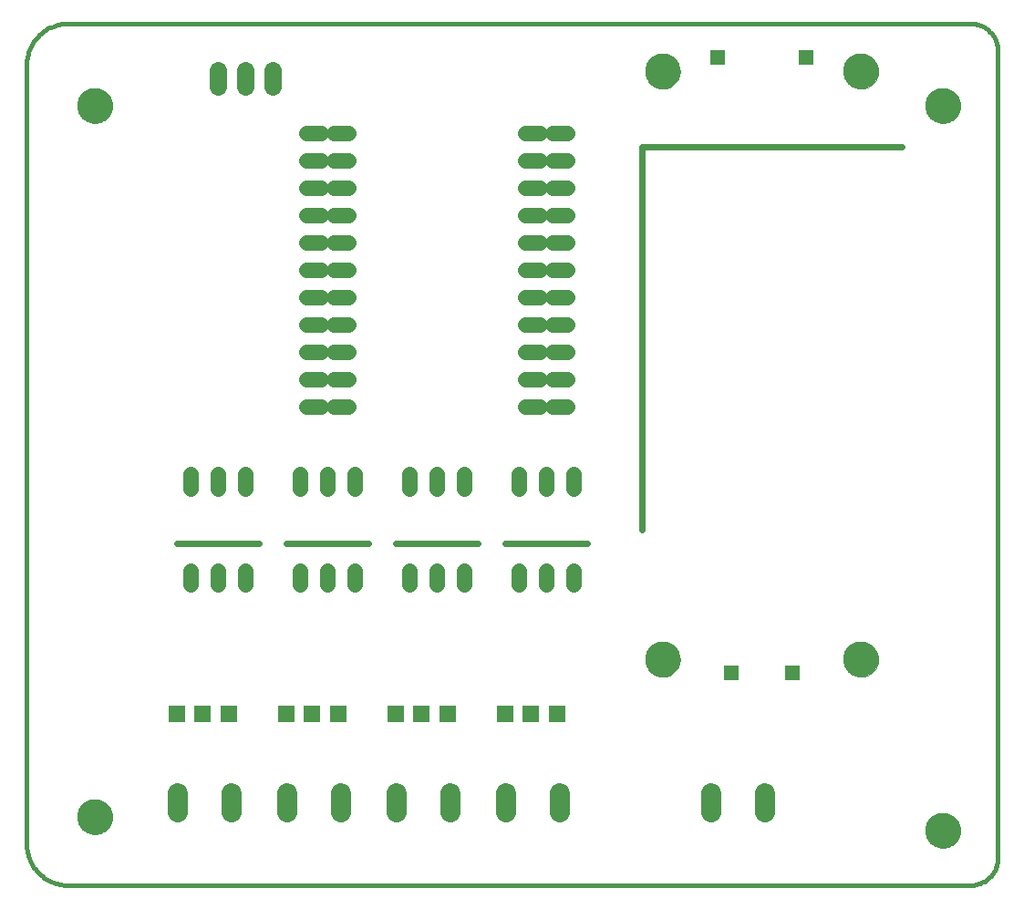
<source format=gbs>
G75*
%MOIN*%
%OFA0B0*%
%FSLAX24Y24*%
%IPPOS*%
%LPD*%
%AMOC8*
5,1,8,0,0,1.08239X$1,22.5*
%
%ADD10C,0.0000*%
%ADD11C,0.1300*%
%ADD12C,0.0160*%
%ADD13C,0.0240*%
%ADD14C,0.0560*%
%ADD15C,0.0640*%
%ADD16R,0.0594X0.0594*%
%ADD17C,0.0555*%
%ADD18C,0.0745*%
%ADD19R,0.0555X0.0555*%
D10*
X002050Y002680D02*
X002052Y002730D01*
X002058Y002780D01*
X002068Y002829D01*
X002082Y002877D01*
X002099Y002924D01*
X002120Y002969D01*
X002145Y003013D01*
X002173Y003054D01*
X002205Y003093D01*
X002239Y003130D01*
X002276Y003164D01*
X002316Y003194D01*
X002358Y003221D01*
X002402Y003245D01*
X002448Y003266D01*
X002495Y003282D01*
X002543Y003295D01*
X002593Y003304D01*
X002642Y003309D01*
X002693Y003310D01*
X002743Y003307D01*
X002792Y003300D01*
X002841Y003289D01*
X002889Y003274D01*
X002935Y003256D01*
X002980Y003234D01*
X003023Y003208D01*
X003064Y003179D01*
X003103Y003147D01*
X003139Y003112D01*
X003171Y003074D01*
X003201Y003034D01*
X003228Y002991D01*
X003251Y002947D01*
X003270Y002901D01*
X003286Y002853D01*
X003298Y002804D01*
X003306Y002755D01*
X003310Y002705D01*
X003310Y002655D01*
X003306Y002605D01*
X003298Y002556D01*
X003286Y002507D01*
X003270Y002459D01*
X003251Y002413D01*
X003228Y002369D01*
X003201Y002326D01*
X003171Y002286D01*
X003139Y002248D01*
X003103Y002213D01*
X003064Y002181D01*
X003023Y002152D01*
X002980Y002126D01*
X002935Y002104D01*
X002889Y002086D01*
X002841Y002071D01*
X002792Y002060D01*
X002743Y002053D01*
X002693Y002050D01*
X002642Y002051D01*
X002593Y002056D01*
X002543Y002065D01*
X002495Y002078D01*
X002448Y002094D01*
X002402Y002115D01*
X002358Y002139D01*
X002316Y002166D01*
X002276Y002196D01*
X002239Y002230D01*
X002205Y002267D01*
X002173Y002306D01*
X002145Y002347D01*
X002120Y002391D01*
X002099Y002436D01*
X002082Y002483D01*
X002068Y002531D01*
X002058Y002580D01*
X002052Y002630D01*
X002050Y002680D01*
X022800Y008430D02*
X022802Y008480D01*
X022808Y008530D01*
X022818Y008579D01*
X022832Y008627D01*
X022849Y008674D01*
X022870Y008719D01*
X022895Y008763D01*
X022923Y008804D01*
X022955Y008843D01*
X022989Y008880D01*
X023026Y008914D01*
X023066Y008944D01*
X023108Y008971D01*
X023152Y008995D01*
X023198Y009016D01*
X023245Y009032D01*
X023293Y009045D01*
X023343Y009054D01*
X023392Y009059D01*
X023443Y009060D01*
X023493Y009057D01*
X023542Y009050D01*
X023591Y009039D01*
X023639Y009024D01*
X023685Y009006D01*
X023730Y008984D01*
X023773Y008958D01*
X023814Y008929D01*
X023853Y008897D01*
X023889Y008862D01*
X023921Y008824D01*
X023951Y008784D01*
X023978Y008741D01*
X024001Y008697D01*
X024020Y008651D01*
X024036Y008603D01*
X024048Y008554D01*
X024056Y008505D01*
X024060Y008455D01*
X024060Y008405D01*
X024056Y008355D01*
X024048Y008306D01*
X024036Y008257D01*
X024020Y008209D01*
X024001Y008163D01*
X023978Y008119D01*
X023951Y008076D01*
X023921Y008036D01*
X023889Y007998D01*
X023853Y007963D01*
X023814Y007931D01*
X023773Y007902D01*
X023730Y007876D01*
X023685Y007854D01*
X023639Y007836D01*
X023591Y007821D01*
X023542Y007810D01*
X023493Y007803D01*
X023443Y007800D01*
X023392Y007801D01*
X023343Y007806D01*
X023293Y007815D01*
X023245Y007828D01*
X023198Y007844D01*
X023152Y007865D01*
X023108Y007889D01*
X023066Y007916D01*
X023026Y007946D01*
X022989Y007980D01*
X022955Y008017D01*
X022923Y008056D01*
X022895Y008097D01*
X022870Y008141D01*
X022849Y008186D01*
X022832Y008233D01*
X022818Y008281D01*
X022808Y008330D01*
X022802Y008380D01*
X022800Y008430D01*
X030050Y008430D02*
X030052Y008480D01*
X030058Y008530D01*
X030068Y008579D01*
X030082Y008627D01*
X030099Y008674D01*
X030120Y008719D01*
X030145Y008763D01*
X030173Y008804D01*
X030205Y008843D01*
X030239Y008880D01*
X030276Y008914D01*
X030316Y008944D01*
X030358Y008971D01*
X030402Y008995D01*
X030448Y009016D01*
X030495Y009032D01*
X030543Y009045D01*
X030593Y009054D01*
X030642Y009059D01*
X030693Y009060D01*
X030743Y009057D01*
X030792Y009050D01*
X030841Y009039D01*
X030889Y009024D01*
X030935Y009006D01*
X030980Y008984D01*
X031023Y008958D01*
X031064Y008929D01*
X031103Y008897D01*
X031139Y008862D01*
X031171Y008824D01*
X031201Y008784D01*
X031228Y008741D01*
X031251Y008697D01*
X031270Y008651D01*
X031286Y008603D01*
X031298Y008554D01*
X031306Y008505D01*
X031310Y008455D01*
X031310Y008405D01*
X031306Y008355D01*
X031298Y008306D01*
X031286Y008257D01*
X031270Y008209D01*
X031251Y008163D01*
X031228Y008119D01*
X031201Y008076D01*
X031171Y008036D01*
X031139Y007998D01*
X031103Y007963D01*
X031064Y007931D01*
X031023Y007902D01*
X030980Y007876D01*
X030935Y007854D01*
X030889Y007836D01*
X030841Y007821D01*
X030792Y007810D01*
X030743Y007803D01*
X030693Y007800D01*
X030642Y007801D01*
X030593Y007806D01*
X030543Y007815D01*
X030495Y007828D01*
X030448Y007844D01*
X030402Y007865D01*
X030358Y007889D01*
X030316Y007916D01*
X030276Y007946D01*
X030239Y007980D01*
X030205Y008017D01*
X030173Y008056D01*
X030145Y008097D01*
X030120Y008141D01*
X030099Y008186D01*
X030082Y008233D01*
X030068Y008281D01*
X030058Y008330D01*
X030052Y008380D01*
X030050Y008430D01*
X033050Y002180D02*
X033052Y002230D01*
X033058Y002280D01*
X033068Y002329D01*
X033082Y002377D01*
X033099Y002424D01*
X033120Y002469D01*
X033145Y002513D01*
X033173Y002554D01*
X033205Y002593D01*
X033239Y002630D01*
X033276Y002664D01*
X033316Y002694D01*
X033358Y002721D01*
X033402Y002745D01*
X033448Y002766D01*
X033495Y002782D01*
X033543Y002795D01*
X033593Y002804D01*
X033642Y002809D01*
X033693Y002810D01*
X033743Y002807D01*
X033792Y002800D01*
X033841Y002789D01*
X033889Y002774D01*
X033935Y002756D01*
X033980Y002734D01*
X034023Y002708D01*
X034064Y002679D01*
X034103Y002647D01*
X034139Y002612D01*
X034171Y002574D01*
X034201Y002534D01*
X034228Y002491D01*
X034251Y002447D01*
X034270Y002401D01*
X034286Y002353D01*
X034298Y002304D01*
X034306Y002255D01*
X034310Y002205D01*
X034310Y002155D01*
X034306Y002105D01*
X034298Y002056D01*
X034286Y002007D01*
X034270Y001959D01*
X034251Y001913D01*
X034228Y001869D01*
X034201Y001826D01*
X034171Y001786D01*
X034139Y001748D01*
X034103Y001713D01*
X034064Y001681D01*
X034023Y001652D01*
X033980Y001626D01*
X033935Y001604D01*
X033889Y001586D01*
X033841Y001571D01*
X033792Y001560D01*
X033743Y001553D01*
X033693Y001550D01*
X033642Y001551D01*
X033593Y001556D01*
X033543Y001565D01*
X033495Y001578D01*
X033448Y001594D01*
X033402Y001615D01*
X033358Y001639D01*
X033316Y001666D01*
X033276Y001696D01*
X033239Y001730D01*
X033205Y001767D01*
X033173Y001806D01*
X033145Y001847D01*
X033120Y001891D01*
X033099Y001936D01*
X033082Y001983D01*
X033068Y002031D01*
X033058Y002080D01*
X033052Y002130D01*
X033050Y002180D01*
X034300Y000180D02*
X034680Y000180D01*
X033050Y028680D02*
X033052Y028730D01*
X033058Y028780D01*
X033068Y028829D01*
X033082Y028877D01*
X033099Y028924D01*
X033120Y028969D01*
X033145Y029013D01*
X033173Y029054D01*
X033205Y029093D01*
X033239Y029130D01*
X033276Y029164D01*
X033316Y029194D01*
X033358Y029221D01*
X033402Y029245D01*
X033448Y029266D01*
X033495Y029282D01*
X033543Y029295D01*
X033593Y029304D01*
X033642Y029309D01*
X033693Y029310D01*
X033743Y029307D01*
X033792Y029300D01*
X033841Y029289D01*
X033889Y029274D01*
X033935Y029256D01*
X033980Y029234D01*
X034023Y029208D01*
X034064Y029179D01*
X034103Y029147D01*
X034139Y029112D01*
X034171Y029074D01*
X034201Y029034D01*
X034228Y028991D01*
X034251Y028947D01*
X034270Y028901D01*
X034286Y028853D01*
X034298Y028804D01*
X034306Y028755D01*
X034310Y028705D01*
X034310Y028655D01*
X034306Y028605D01*
X034298Y028556D01*
X034286Y028507D01*
X034270Y028459D01*
X034251Y028413D01*
X034228Y028369D01*
X034201Y028326D01*
X034171Y028286D01*
X034139Y028248D01*
X034103Y028213D01*
X034064Y028181D01*
X034023Y028152D01*
X033980Y028126D01*
X033935Y028104D01*
X033889Y028086D01*
X033841Y028071D01*
X033792Y028060D01*
X033743Y028053D01*
X033693Y028050D01*
X033642Y028051D01*
X033593Y028056D01*
X033543Y028065D01*
X033495Y028078D01*
X033448Y028094D01*
X033402Y028115D01*
X033358Y028139D01*
X033316Y028166D01*
X033276Y028196D01*
X033239Y028230D01*
X033205Y028267D01*
X033173Y028306D01*
X033145Y028347D01*
X033120Y028391D01*
X033099Y028436D01*
X033082Y028483D01*
X033068Y028531D01*
X033058Y028580D01*
X033052Y028630D01*
X033050Y028680D01*
X030050Y029930D02*
X030052Y029980D01*
X030058Y030030D01*
X030068Y030079D01*
X030082Y030127D01*
X030099Y030174D01*
X030120Y030219D01*
X030145Y030263D01*
X030173Y030304D01*
X030205Y030343D01*
X030239Y030380D01*
X030276Y030414D01*
X030316Y030444D01*
X030358Y030471D01*
X030402Y030495D01*
X030448Y030516D01*
X030495Y030532D01*
X030543Y030545D01*
X030593Y030554D01*
X030642Y030559D01*
X030693Y030560D01*
X030743Y030557D01*
X030792Y030550D01*
X030841Y030539D01*
X030889Y030524D01*
X030935Y030506D01*
X030980Y030484D01*
X031023Y030458D01*
X031064Y030429D01*
X031103Y030397D01*
X031139Y030362D01*
X031171Y030324D01*
X031201Y030284D01*
X031228Y030241D01*
X031251Y030197D01*
X031270Y030151D01*
X031286Y030103D01*
X031298Y030054D01*
X031306Y030005D01*
X031310Y029955D01*
X031310Y029905D01*
X031306Y029855D01*
X031298Y029806D01*
X031286Y029757D01*
X031270Y029709D01*
X031251Y029663D01*
X031228Y029619D01*
X031201Y029576D01*
X031171Y029536D01*
X031139Y029498D01*
X031103Y029463D01*
X031064Y029431D01*
X031023Y029402D01*
X030980Y029376D01*
X030935Y029354D01*
X030889Y029336D01*
X030841Y029321D01*
X030792Y029310D01*
X030743Y029303D01*
X030693Y029300D01*
X030642Y029301D01*
X030593Y029306D01*
X030543Y029315D01*
X030495Y029328D01*
X030448Y029344D01*
X030402Y029365D01*
X030358Y029389D01*
X030316Y029416D01*
X030276Y029446D01*
X030239Y029480D01*
X030205Y029517D01*
X030173Y029556D01*
X030145Y029597D01*
X030120Y029641D01*
X030099Y029686D01*
X030082Y029733D01*
X030068Y029781D01*
X030058Y029830D01*
X030052Y029880D01*
X030050Y029930D01*
X022800Y029930D02*
X022802Y029980D01*
X022808Y030030D01*
X022818Y030079D01*
X022832Y030127D01*
X022849Y030174D01*
X022870Y030219D01*
X022895Y030263D01*
X022923Y030304D01*
X022955Y030343D01*
X022989Y030380D01*
X023026Y030414D01*
X023066Y030444D01*
X023108Y030471D01*
X023152Y030495D01*
X023198Y030516D01*
X023245Y030532D01*
X023293Y030545D01*
X023343Y030554D01*
X023392Y030559D01*
X023443Y030560D01*
X023493Y030557D01*
X023542Y030550D01*
X023591Y030539D01*
X023639Y030524D01*
X023685Y030506D01*
X023730Y030484D01*
X023773Y030458D01*
X023814Y030429D01*
X023853Y030397D01*
X023889Y030362D01*
X023921Y030324D01*
X023951Y030284D01*
X023978Y030241D01*
X024001Y030197D01*
X024020Y030151D01*
X024036Y030103D01*
X024048Y030054D01*
X024056Y030005D01*
X024060Y029955D01*
X024060Y029905D01*
X024056Y029855D01*
X024048Y029806D01*
X024036Y029757D01*
X024020Y029709D01*
X024001Y029663D01*
X023978Y029619D01*
X023951Y029576D01*
X023921Y029536D01*
X023889Y029498D01*
X023853Y029463D01*
X023814Y029431D01*
X023773Y029402D01*
X023730Y029376D01*
X023685Y029354D01*
X023639Y029336D01*
X023591Y029321D01*
X023542Y029310D01*
X023493Y029303D01*
X023443Y029300D01*
X023392Y029301D01*
X023343Y029306D01*
X023293Y029315D01*
X023245Y029328D01*
X023198Y029344D01*
X023152Y029365D01*
X023108Y029389D01*
X023066Y029416D01*
X023026Y029446D01*
X022989Y029480D01*
X022955Y029517D01*
X022923Y029556D01*
X022895Y029597D01*
X022870Y029641D01*
X022849Y029686D01*
X022832Y029733D01*
X022818Y029781D01*
X022808Y029830D01*
X022802Y029880D01*
X022800Y029930D01*
X002050Y028680D02*
X002052Y028730D01*
X002058Y028780D01*
X002068Y028829D01*
X002082Y028877D01*
X002099Y028924D01*
X002120Y028969D01*
X002145Y029013D01*
X002173Y029054D01*
X002205Y029093D01*
X002239Y029130D01*
X002276Y029164D01*
X002316Y029194D01*
X002358Y029221D01*
X002402Y029245D01*
X002448Y029266D01*
X002495Y029282D01*
X002543Y029295D01*
X002593Y029304D01*
X002642Y029309D01*
X002693Y029310D01*
X002743Y029307D01*
X002792Y029300D01*
X002841Y029289D01*
X002889Y029274D01*
X002935Y029256D01*
X002980Y029234D01*
X003023Y029208D01*
X003064Y029179D01*
X003103Y029147D01*
X003139Y029112D01*
X003171Y029074D01*
X003201Y029034D01*
X003228Y028991D01*
X003251Y028947D01*
X003270Y028901D01*
X003286Y028853D01*
X003298Y028804D01*
X003306Y028755D01*
X003310Y028705D01*
X003310Y028655D01*
X003306Y028605D01*
X003298Y028556D01*
X003286Y028507D01*
X003270Y028459D01*
X003251Y028413D01*
X003228Y028369D01*
X003201Y028326D01*
X003171Y028286D01*
X003139Y028248D01*
X003103Y028213D01*
X003064Y028181D01*
X003023Y028152D01*
X002980Y028126D01*
X002935Y028104D01*
X002889Y028086D01*
X002841Y028071D01*
X002792Y028060D01*
X002743Y028053D01*
X002693Y028050D01*
X002642Y028051D01*
X002593Y028056D01*
X002543Y028065D01*
X002495Y028078D01*
X002448Y028094D01*
X002402Y028115D01*
X002358Y028139D01*
X002316Y028166D01*
X002276Y028196D01*
X002239Y028230D01*
X002205Y028267D01*
X002173Y028306D01*
X002145Y028347D01*
X002120Y028391D01*
X002099Y028436D01*
X002082Y028483D01*
X002068Y028531D01*
X002058Y028580D01*
X002052Y028630D01*
X002050Y028680D01*
D11*
X002680Y028680D03*
X023430Y029930D03*
X030680Y029930D03*
X033680Y028680D03*
X030680Y008430D03*
X033680Y002180D03*
X023430Y008430D03*
X002680Y002680D03*
D12*
X001680Y000180D02*
X034680Y000180D01*
X034740Y000182D01*
X034801Y000187D01*
X034860Y000196D01*
X034919Y000209D01*
X034978Y000225D01*
X035035Y000245D01*
X035090Y000268D01*
X035145Y000295D01*
X035197Y000324D01*
X035248Y000357D01*
X035297Y000393D01*
X035343Y000431D01*
X035387Y000473D01*
X035429Y000517D01*
X035467Y000563D01*
X035503Y000612D01*
X035536Y000663D01*
X035565Y000715D01*
X035592Y000770D01*
X035615Y000825D01*
X035635Y000882D01*
X035651Y000941D01*
X035664Y001000D01*
X035673Y001059D01*
X035678Y001120D01*
X035680Y001180D01*
X035680Y030680D01*
X035678Y030740D01*
X035673Y030801D01*
X035664Y030860D01*
X035651Y030919D01*
X035635Y030978D01*
X035615Y031035D01*
X035592Y031090D01*
X035565Y031145D01*
X035536Y031197D01*
X035503Y031248D01*
X035467Y031297D01*
X035429Y031343D01*
X035387Y031387D01*
X035343Y031429D01*
X035297Y031467D01*
X035248Y031503D01*
X035197Y031536D01*
X035145Y031565D01*
X035090Y031592D01*
X035035Y031615D01*
X034978Y031635D01*
X034919Y031651D01*
X034860Y031664D01*
X034801Y031673D01*
X034740Y031678D01*
X034680Y031680D01*
X001680Y031680D01*
X001604Y031678D01*
X001528Y031672D01*
X001453Y031663D01*
X001378Y031649D01*
X001304Y031632D01*
X001231Y031611D01*
X001159Y031587D01*
X001088Y031558D01*
X001019Y031527D01*
X000952Y031492D01*
X000887Y031453D01*
X000823Y031411D01*
X000762Y031366D01*
X000703Y031318D01*
X000647Y031267D01*
X000593Y031213D01*
X000542Y031157D01*
X000494Y031098D01*
X000449Y031037D01*
X000407Y030973D01*
X000368Y030908D01*
X000333Y030841D01*
X000302Y030772D01*
X000273Y030701D01*
X000249Y030629D01*
X000228Y030556D01*
X000211Y030482D01*
X000197Y030407D01*
X000188Y030332D01*
X000182Y030256D01*
X000180Y030180D01*
X000180Y001680D01*
X000182Y001604D01*
X000188Y001528D01*
X000197Y001453D01*
X000211Y001378D01*
X000228Y001304D01*
X000249Y001231D01*
X000273Y001159D01*
X000302Y001088D01*
X000333Y001019D01*
X000368Y000952D01*
X000407Y000887D01*
X000449Y000823D01*
X000494Y000762D01*
X000542Y000703D01*
X000593Y000647D01*
X000647Y000593D01*
X000703Y000542D01*
X000762Y000494D01*
X000823Y000449D01*
X000887Y000407D01*
X000952Y000368D01*
X001019Y000333D01*
X001088Y000302D01*
X001159Y000273D01*
X001231Y000249D01*
X001304Y000228D01*
X001378Y000211D01*
X001453Y000197D01*
X001528Y000188D01*
X001604Y000182D01*
X001680Y000180D01*
D13*
X005680Y012680D02*
X008680Y012680D01*
X009680Y012680D02*
X012680Y012680D01*
X013680Y012680D02*
X016680Y012680D01*
X017680Y012680D02*
X020680Y012680D01*
X022680Y013180D02*
X022680Y027180D01*
X032180Y027180D01*
D14*
X020180Y015200D02*
X020180Y014680D01*
X019180Y014680D02*
X019180Y015200D01*
X018180Y015200D02*
X018180Y014680D01*
X016180Y014680D02*
X016180Y015200D01*
X015180Y015200D02*
X015180Y014680D01*
X014180Y014680D02*
X014180Y015200D01*
X012180Y015200D02*
X012180Y014680D01*
X011180Y014680D02*
X011180Y015200D01*
X010180Y015200D02*
X010180Y014680D01*
X008180Y014680D02*
X008180Y015200D01*
X007180Y015200D02*
X007180Y014680D01*
X006180Y014680D02*
X006180Y015200D01*
X006180Y011680D02*
X006180Y011160D01*
X007180Y011160D02*
X007180Y011680D01*
X008180Y011680D02*
X008180Y011160D01*
X010180Y011160D02*
X010180Y011680D01*
X011180Y011680D02*
X011180Y011160D01*
X012180Y011160D02*
X012180Y011680D01*
X014180Y011680D02*
X014180Y011160D01*
X015180Y011160D02*
X015180Y011680D01*
X016180Y011680D02*
X016180Y011160D01*
X018180Y011160D02*
X018180Y011680D01*
X019180Y011680D02*
X019180Y011160D01*
X020180Y011160D02*
X020180Y011680D01*
D15*
X009180Y029380D02*
X009180Y029980D01*
X008180Y029980D02*
X008180Y029380D01*
X007180Y029380D02*
X007180Y029980D01*
D16*
X007560Y006430D03*
X006620Y006430D03*
X005680Y006430D03*
X009680Y006430D03*
X010620Y006430D03*
X011560Y006430D03*
X013680Y006430D03*
X014620Y006430D03*
X015560Y006430D03*
X017680Y006430D03*
X018620Y006430D03*
X019560Y006430D03*
D17*
X019423Y017680D02*
X019937Y017680D01*
X018937Y017680D02*
X018423Y017680D01*
X018423Y018680D02*
X018937Y018680D01*
X019423Y018680D02*
X019937Y018680D01*
X019937Y019680D02*
X019423Y019680D01*
X018937Y019680D02*
X018423Y019680D01*
X018423Y020680D02*
X018937Y020680D01*
X019423Y020680D02*
X019937Y020680D01*
X019937Y021680D02*
X019423Y021680D01*
X018937Y021680D02*
X018423Y021680D01*
X018423Y022680D02*
X018937Y022680D01*
X019423Y022680D02*
X019937Y022680D01*
X019937Y023680D02*
X019423Y023680D01*
X018937Y023680D02*
X018423Y023680D01*
X018423Y024680D02*
X018937Y024680D01*
X019423Y024680D02*
X019937Y024680D01*
X019937Y025680D02*
X019423Y025680D01*
X018937Y025680D02*
X018423Y025680D01*
X018423Y026680D02*
X018937Y026680D01*
X019423Y026680D02*
X019937Y026680D01*
X019937Y027680D02*
X019423Y027680D01*
X018937Y027680D02*
X018423Y027680D01*
X011937Y027680D02*
X011423Y027680D01*
X010937Y027680D02*
X010423Y027680D01*
X010423Y026680D02*
X010937Y026680D01*
X011423Y026680D02*
X011937Y026680D01*
X011937Y025680D02*
X011423Y025680D01*
X010937Y025680D02*
X010423Y025680D01*
X010423Y024680D02*
X010937Y024680D01*
X011423Y024680D02*
X011937Y024680D01*
X011937Y023680D02*
X011423Y023680D01*
X010937Y023680D02*
X010423Y023680D01*
X010423Y022680D02*
X010937Y022680D01*
X011423Y022680D02*
X011937Y022680D01*
X011937Y021680D02*
X011423Y021680D01*
X010937Y021680D02*
X010423Y021680D01*
X010423Y020680D02*
X010937Y020680D01*
X011423Y020680D02*
X011937Y020680D01*
X011937Y019680D02*
X011423Y019680D01*
X010937Y019680D02*
X010423Y019680D01*
X010423Y018680D02*
X010937Y018680D01*
X011423Y018680D02*
X011937Y018680D01*
X011937Y017680D02*
X011423Y017680D01*
X010937Y017680D02*
X010423Y017680D01*
D18*
X009696Y003533D02*
X009696Y002828D01*
X011664Y002828D02*
X011664Y003533D01*
X013696Y003533D02*
X013696Y002828D01*
X015664Y002828D02*
X015664Y003533D01*
X017696Y003533D02*
X017696Y002828D01*
X019664Y002828D02*
X019664Y003533D01*
X025196Y003533D02*
X025196Y002828D01*
X027164Y002828D02*
X027164Y003533D01*
X007664Y003533D02*
X007664Y002828D01*
X005696Y002828D02*
X005696Y003533D01*
D19*
X025930Y007930D03*
X028180Y007930D03*
X028680Y030430D03*
X025430Y030430D03*
M02*

</source>
